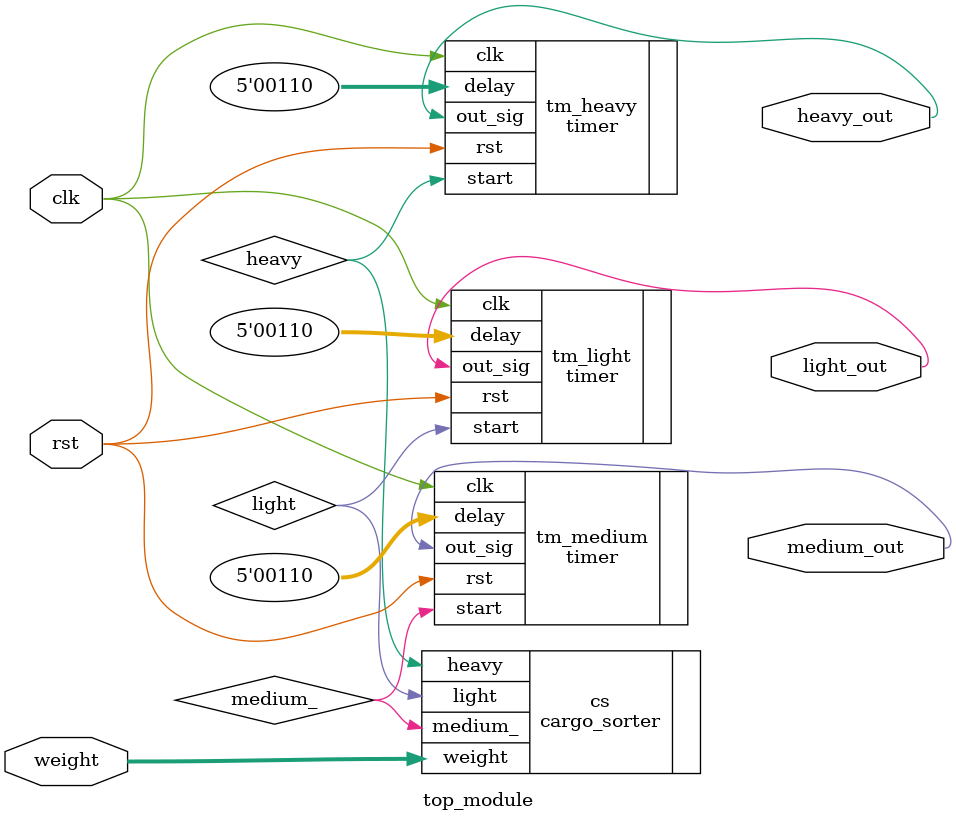
<source format=v>
module top_module (
    input wire clk,
    input wire rst,
    input wire [3:0] weight,
    output wire light_out,
    output wire medium_out,
    output wire heavy_out
);

// Instantiate the cargo_sorter module
cargo_sorter cs (
    .weight(weight),
    .light(light),
    .medium_(medium_),
    .heavy(heavy)
);

// Instantiate three timer modules
timer tm_light (
    .clk(clk),
    .rst(rst),
    .start(light),
    .delay(5'd6),
    .out_sig(light_out)
);

timer tm_medium (
    .clk(clk),
    .rst(rst),
    .start(medium_),
    .delay(5'd6),
    .out_sig(medium_out)
);

timer tm_heavy (
    .clk(clk),
    .rst(rst),
    .start(heavy),
    .delay(5'd6),
    .out_sig(heavy_out)
);

endmodule

</source>
